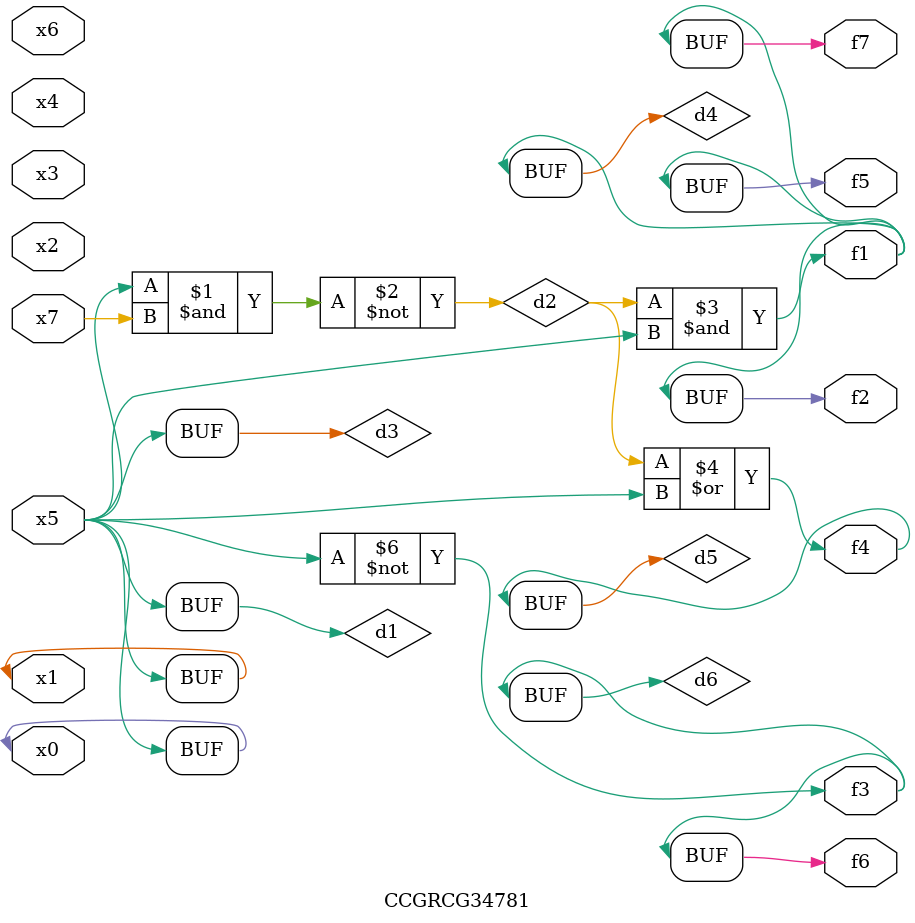
<source format=v>
module CCGRCG34781(
	input x0, x1, x2, x3, x4, x5, x6, x7,
	output f1, f2, f3, f4, f5, f6, f7
);

	wire d1, d2, d3, d4, d5, d6;

	buf (d1, x0, x5);
	nand (d2, x5, x7);
	buf (d3, x0, x1);
	and (d4, d2, d3);
	or (d5, d2, d3);
	nor (d6, d1, d3);
	assign f1 = d4;
	assign f2 = d4;
	assign f3 = d6;
	assign f4 = d5;
	assign f5 = d4;
	assign f6 = d6;
	assign f7 = d4;
endmodule

</source>
